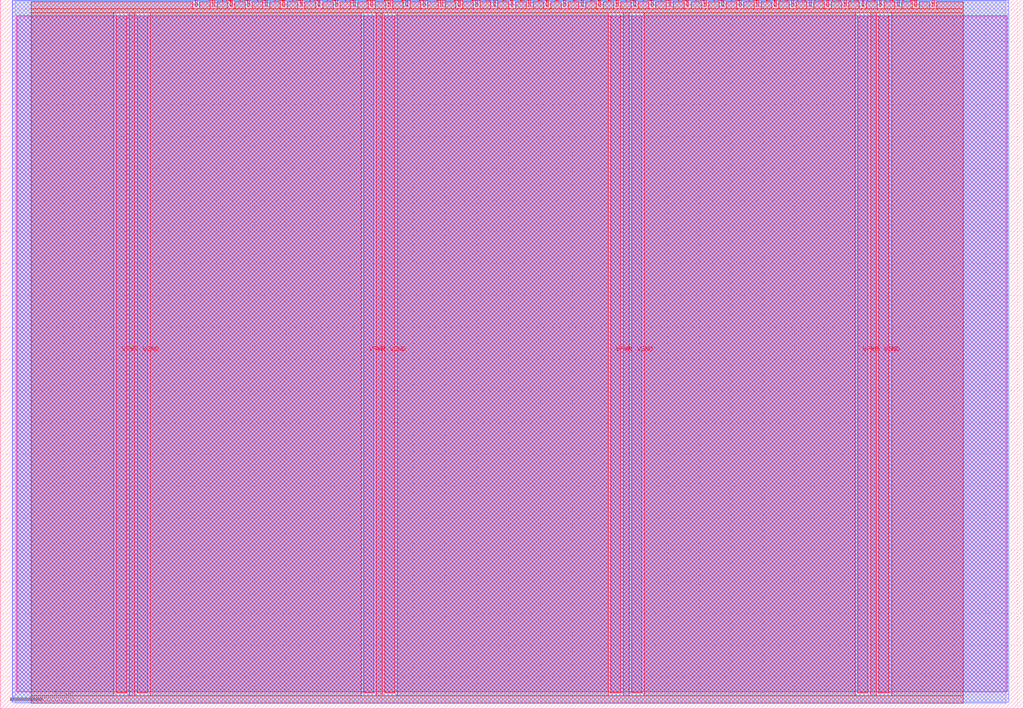
<source format=lef>
VERSION 5.7 ;
  NOWIREEXTENSIONATPIN ON ;
  DIVIDERCHAR "/" ;
  BUSBITCHARS "[]" ;
MACRO tt_um_virantha_enigma
  CLASS BLOCK ;
  FOREIGN tt_um_virantha_enigma ;
  ORIGIN 0.000 0.000 ;
  SIZE 161.000 BY 111.520 ;
  PIN VGND
    DIRECTION INOUT ;
    USE GROUND ;
    PORT
      LAYER met4 ;
        RECT 21.580 2.480 23.180 109.040 ;
    END
    PORT
      LAYER met4 ;
        RECT 60.450 2.480 62.050 109.040 ;
    END
    PORT
      LAYER met4 ;
        RECT 99.320 2.480 100.920 109.040 ;
    END
    PORT
      LAYER met4 ;
        RECT 138.190 2.480 139.790 109.040 ;
    END
  END VGND
  PIN VPWR
    DIRECTION INOUT ;
    USE POWER ;
    PORT
      LAYER met4 ;
        RECT 18.280 2.480 19.880 109.040 ;
    END
    PORT
      LAYER met4 ;
        RECT 57.150 2.480 58.750 109.040 ;
    END
    PORT
      LAYER met4 ;
        RECT 96.020 2.480 97.620 109.040 ;
    END
    PORT
      LAYER met4 ;
        RECT 134.890 2.480 136.490 109.040 ;
    END
  END VPWR
  PIN clk
    DIRECTION INPUT ;
    USE SIGNAL ;
    ANTENNAGATEAREA 1.286700 ;
    ANTENNADIFFAREA 0.434700 ;
    PORT
      LAYER met4 ;
        RECT 143.830 110.520 144.130 111.520 ;
    END
  END clk
  PIN ena
    DIRECTION INPUT ;
    USE SIGNAL ;
    PORT
      LAYER met4 ;
        RECT 146.590 110.520 146.890 111.520 ;
    END
  END ena
  PIN rst_n
    DIRECTION INPUT ;
    USE SIGNAL ;
    ANTENNAGATEAREA 0.631200 ;
    ANTENNADIFFAREA 0.434700 ;
    PORT
      LAYER met4 ;
        RECT 141.070 110.520 141.370 111.520 ;
    END
  END rst_n
  PIN ui_in[0]
    DIRECTION INPUT ;
    USE SIGNAL ;
    ANTENNAGATEAREA 0.631200 ;
    ANTENNADIFFAREA 0.434700 ;
    PORT
      LAYER met4 ;
        RECT 138.310 110.520 138.610 111.520 ;
    END
  END ui_in[0]
  PIN ui_in[1]
    DIRECTION INPUT ;
    USE SIGNAL ;
    ANTENNAGATEAREA 0.631200 ;
    ANTENNADIFFAREA 0.434700 ;
    PORT
      LAYER met4 ;
        RECT 135.550 110.520 135.850 111.520 ;
    END
  END ui_in[1]
  PIN ui_in[2]
    DIRECTION INPUT ;
    USE SIGNAL ;
    ANTENNAGATEAREA 0.631200 ;
    ANTENNADIFFAREA 0.434700 ;
    PORT
      LAYER met4 ;
        RECT 132.790 110.520 133.090 111.520 ;
    END
  END ui_in[2]
  PIN ui_in[3]
    DIRECTION INPUT ;
    USE SIGNAL ;
    ANTENNAGATEAREA 0.631200 ;
    ANTENNADIFFAREA 0.434700 ;
    PORT
      LAYER met4 ;
        RECT 130.030 110.520 130.330 111.520 ;
    END
  END ui_in[3]
  PIN ui_in[4]
    DIRECTION INPUT ;
    USE SIGNAL ;
    ANTENNAGATEAREA 0.560700 ;
    ANTENNADIFFAREA 0.434700 ;
    PORT
      LAYER met4 ;
        RECT 127.270 110.520 127.570 111.520 ;
    END
  END ui_in[4]
  PIN ui_in[5]
    DIRECTION INPUT ;
    USE SIGNAL ;
    ANTENNAGATEAREA 0.631200 ;
    ANTENNADIFFAREA 0.434700 ;
    PORT
      LAYER met4 ;
        RECT 124.510 110.520 124.810 111.520 ;
    END
  END ui_in[5]
  PIN ui_in[6]
    DIRECTION INPUT ;
    USE SIGNAL ;
    ANTENNAGATEAREA 0.647700 ;
    ANTENNADIFFAREA 0.434700 ;
    PORT
      LAYER met4 ;
        RECT 121.750 110.520 122.050 111.520 ;
    END
  END ui_in[6]
  PIN ui_in[7]
    DIRECTION INPUT ;
    USE SIGNAL ;
    ANTENNAGATEAREA 0.631200 ;
    ANTENNADIFFAREA 0.434700 ;
    PORT
      LAYER met4 ;
        RECT 118.990 110.520 119.290 111.520 ;
    END
  END ui_in[7]
  PIN uio_in[0]
    DIRECTION INPUT ;
    USE SIGNAL ;
    PORT
      LAYER met4 ;
        RECT 116.230 110.520 116.530 111.520 ;
    END
  END uio_in[0]
  PIN uio_in[1]
    DIRECTION INPUT ;
    USE SIGNAL ;
    PORT
      LAYER met4 ;
        RECT 113.470 110.520 113.770 111.520 ;
    END
  END uio_in[1]
  PIN uio_in[2]
    DIRECTION INPUT ;
    USE SIGNAL ;
    PORT
      LAYER met4 ;
        RECT 110.710 110.520 111.010 111.520 ;
    END
  END uio_in[2]
  PIN uio_in[3]
    DIRECTION INPUT ;
    USE SIGNAL ;
    PORT
      LAYER met4 ;
        RECT 107.950 110.520 108.250 111.520 ;
    END
  END uio_in[3]
  PIN uio_in[4]
    DIRECTION INPUT ;
    USE SIGNAL ;
    PORT
      LAYER met4 ;
        RECT 105.190 110.520 105.490 111.520 ;
    END
  END uio_in[4]
  PIN uio_in[5]
    DIRECTION INPUT ;
    USE SIGNAL ;
    PORT
      LAYER met4 ;
        RECT 102.430 110.520 102.730 111.520 ;
    END
  END uio_in[5]
  PIN uio_in[6]
    DIRECTION INPUT ;
    USE SIGNAL ;
    PORT
      LAYER met4 ;
        RECT 99.670 110.520 99.970 111.520 ;
    END
  END uio_in[6]
  PIN uio_in[7]
    DIRECTION INPUT ;
    USE SIGNAL ;
    PORT
      LAYER met4 ;
        RECT 96.910 110.520 97.210 111.520 ;
    END
  END uio_in[7]
  PIN uio_oe[0]
    DIRECTION OUTPUT ;
    USE SIGNAL ;
    PORT
      LAYER met4 ;
        RECT 49.990 110.520 50.290 111.520 ;
    END
  END uio_oe[0]
  PIN uio_oe[1]
    DIRECTION OUTPUT ;
    USE SIGNAL ;
    PORT
      LAYER met4 ;
        RECT 47.230 110.520 47.530 111.520 ;
    END
  END uio_oe[1]
  PIN uio_oe[2]
    DIRECTION OUTPUT ;
    USE SIGNAL ;
    PORT
      LAYER met4 ;
        RECT 44.470 110.520 44.770 111.520 ;
    END
  END uio_oe[2]
  PIN uio_oe[3]
    DIRECTION OUTPUT ;
    USE SIGNAL ;
    PORT
      LAYER met4 ;
        RECT 41.710 110.520 42.010 111.520 ;
    END
  END uio_oe[3]
  PIN uio_oe[4]
    DIRECTION OUTPUT ;
    USE SIGNAL ;
    PORT
      LAYER met4 ;
        RECT 38.950 110.520 39.250 111.520 ;
    END
  END uio_oe[4]
  PIN uio_oe[5]
    DIRECTION OUTPUT ;
    USE SIGNAL ;
    PORT
      LAYER met4 ;
        RECT 36.190 110.520 36.490 111.520 ;
    END
  END uio_oe[5]
  PIN uio_oe[6]
    DIRECTION OUTPUT ;
    USE SIGNAL ;
    PORT
      LAYER met4 ;
        RECT 33.430 110.520 33.730 111.520 ;
    END
  END uio_oe[6]
  PIN uio_oe[7]
    DIRECTION OUTPUT ;
    USE SIGNAL ;
    PORT
      LAYER met4 ;
        RECT 30.670 110.520 30.970 111.520 ;
    END
  END uio_oe[7]
  PIN uio_out[0]
    DIRECTION OUTPUT ;
    USE SIGNAL ;
    ANTENNAGATEAREA 1.984500 ;
    ANTENNADIFFAREA 0.891000 ;
    PORT
      LAYER met4 ;
        RECT 72.070 110.520 72.370 111.520 ;
    END
  END uio_out[0]
  PIN uio_out[1]
    DIRECTION OUTPUT ;
    USE SIGNAL ;
    ANTENNAGATEAREA 0.409500 ;
    ANTENNADIFFAREA 0.891000 ;
    PORT
      LAYER met4 ;
        RECT 69.310 110.520 69.610 111.520 ;
    END
  END uio_out[1]
  PIN uio_out[2]
    DIRECTION OUTPUT ;
    USE SIGNAL ;
    ANTENNAGATEAREA 1.863000 ;
    ANTENNADIFFAREA 0.891000 ;
    PORT
      LAYER met4 ;
        RECT 66.550 110.520 66.850 111.520 ;
    END
  END uio_out[2]
  PIN uio_out[3]
    DIRECTION OUTPUT ;
    USE SIGNAL ;
    ANTENNAGATEAREA 0.460500 ;
    ANTENNADIFFAREA 0.891000 ;
    PORT
      LAYER met4 ;
        RECT 63.790 110.520 64.090 111.520 ;
    END
  END uio_out[3]
  PIN uio_out[4]
    DIRECTION OUTPUT ;
    USE SIGNAL ;
    ANTENNAGATEAREA 1.203000 ;
    ANTENNADIFFAREA 0.891000 ;
    PORT
      LAYER met4 ;
        RECT 61.030 110.520 61.330 111.520 ;
    END
  END uio_out[4]
  PIN uio_out[5]
    DIRECTION OUTPUT ;
    USE SIGNAL ;
    ANTENNADIFFAREA 0.445500 ;
    PORT
      LAYER met4 ;
        RECT 58.270 110.520 58.570 111.520 ;
    END
  END uio_out[5]
  PIN uio_out[6]
    DIRECTION OUTPUT ;
    USE SIGNAL ;
    PORT
      LAYER met4 ;
        RECT 55.510 110.520 55.810 111.520 ;
    END
  END uio_out[6]
  PIN uio_out[7]
    DIRECTION OUTPUT ;
    USE SIGNAL ;
    PORT
      LAYER met4 ;
        RECT 52.750 110.520 53.050 111.520 ;
    END
  END uio_out[7]
  PIN uo_out[0]
    DIRECTION OUTPUT ;
    USE SIGNAL ;
    ANTENNADIFFAREA 0.891000 ;
    PORT
      LAYER met4 ;
        RECT 94.150 110.520 94.450 111.520 ;
    END
  END uo_out[0]
  PIN uo_out[1]
    DIRECTION OUTPUT ;
    USE SIGNAL ;
    ANTENNADIFFAREA 0.891000 ;
    PORT
      LAYER met4 ;
        RECT 91.390 110.520 91.690 111.520 ;
    END
  END uo_out[1]
  PIN uo_out[2]
    DIRECTION OUTPUT ;
    USE SIGNAL ;
    ANTENNADIFFAREA 1.288000 ;
    PORT
      LAYER met4 ;
        RECT 88.630 110.520 88.930 111.520 ;
    END
  END uo_out[2]
  PIN uo_out[3]
    DIRECTION OUTPUT ;
    USE SIGNAL ;
    ANTENNADIFFAREA 0.891000 ;
    PORT
      LAYER met4 ;
        RECT 85.870 110.520 86.170 111.520 ;
    END
  END uo_out[3]
  PIN uo_out[4]
    DIRECTION OUTPUT ;
    USE SIGNAL ;
    ANTENNADIFFAREA 0.891000 ;
    PORT
      LAYER met4 ;
        RECT 83.110 110.520 83.410 111.520 ;
    END
  END uo_out[4]
  PIN uo_out[5]
    DIRECTION OUTPUT ;
    USE SIGNAL ;
    ANTENNADIFFAREA 0.445500 ;
    PORT
      LAYER met4 ;
        RECT 80.350 110.520 80.650 111.520 ;
    END
  END uo_out[5]
  PIN uo_out[6]
    DIRECTION OUTPUT ;
    USE SIGNAL ;
    ANTENNADIFFAREA 1.484000 ;
    PORT
      LAYER met4 ;
        RECT 77.590 110.520 77.890 111.520 ;
    END
  END uo_out[6]
  PIN uo_out[7]
    DIRECTION OUTPUT ;
    USE SIGNAL ;
    PORT
      LAYER met4 ;
        RECT 74.830 110.520 75.130 111.520 ;
    END
  END uo_out[7]
  OBS
      LAYER nwell ;
        RECT 2.570 2.635 158.430 108.990 ;
      LAYER li1 ;
        RECT 2.760 2.635 158.240 108.885 ;
      LAYER met1 ;
        RECT 1.910 1.060 158.630 111.480 ;
      LAYER met2 ;
        RECT 1.940 1.030 158.600 111.510 ;
      LAYER met3 ;
        RECT 2.365 0.860 158.175 111.345 ;
      LAYER met4 ;
        RECT 4.895 110.120 30.270 111.170 ;
        RECT 31.370 110.120 33.030 111.170 ;
        RECT 34.130 110.120 35.790 111.170 ;
        RECT 36.890 110.120 38.550 111.170 ;
        RECT 39.650 110.120 41.310 111.170 ;
        RECT 42.410 110.120 44.070 111.170 ;
        RECT 45.170 110.120 46.830 111.170 ;
        RECT 47.930 110.120 49.590 111.170 ;
        RECT 50.690 110.120 52.350 111.170 ;
        RECT 53.450 110.120 55.110 111.170 ;
        RECT 56.210 110.120 57.870 111.170 ;
        RECT 58.970 110.120 60.630 111.170 ;
        RECT 61.730 110.120 63.390 111.170 ;
        RECT 64.490 110.120 66.150 111.170 ;
        RECT 67.250 110.120 68.910 111.170 ;
        RECT 70.010 110.120 71.670 111.170 ;
        RECT 72.770 110.120 74.430 111.170 ;
        RECT 75.530 110.120 77.190 111.170 ;
        RECT 78.290 110.120 79.950 111.170 ;
        RECT 81.050 110.120 82.710 111.170 ;
        RECT 83.810 110.120 85.470 111.170 ;
        RECT 86.570 110.120 88.230 111.170 ;
        RECT 89.330 110.120 90.990 111.170 ;
        RECT 92.090 110.120 93.750 111.170 ;
        RECT 94.850 110.120 96.510 111.170 ;
        RECT 97.610 110.120 99.270 111.170 ;
        RECT 100.370 110.120 102.030 111.170 ;
        RECT 103.130 110.120 104.790 111.170 ;
        RECT 105.890 110.120 107.550 111.170 ;
        RECT 108.650 110.120 110.310 111.170 ;
        RECT 111.410 110.120 113.070 111.170 ;
        RECT 114.170 110.120 115.830 111.170 ;
        RECT 116.930 110.120 118.590 111.170 ;
        RECT 119.690 110.120 121.350 111.170 ;
        RECT 122.450 110.120 124.110 111.170 ;
        RECT 125.210 110.120 126.870 111.170 ;
        RECT 127.970 110.120 129.630 111.170 ;
        RECT 130.730 110.120 132.390 111.170 ;
        RECT 133.490 110.120 135.150 111.170 ;
        RECT 136.250 110.120 137.910 111.170 ;
        RECT 139.010 110.120 140.670 111.170 ;
        RECT 141.770 110.120 143.430 111.170 ;
        RECT 144.530 110.120 146.190 111.170 ;
        RECT 147.290 110.120 151.505 111.170 ;
        RECT 4.895 109.440 151.505 110.120 ;
        RECT 4.895 2.080 17.880 109.440 ;
        RECT 20.280 2.080 21.180 109.440 ;
        RECT 23.580 2.080 56.750 109.440 ;
        RECT 59.150 2.080 60.050 109.440 ;
        RECT 62.450 2.080 95.620 109.440 ;
        RECT 98.020 2.080 98.920 109.440 ;
        RECT 101.320 2.080 134.490 109.440 ;
        RECT 136.890 2.080 137.790 109.440 ;
        RECT 140.190 2.080 151.505 109.440 ;
        RECT 4.895 0.855 151.505 2.080 ;
  END
END tt_um_virantha_enigma
END LIBRARY


</source>
